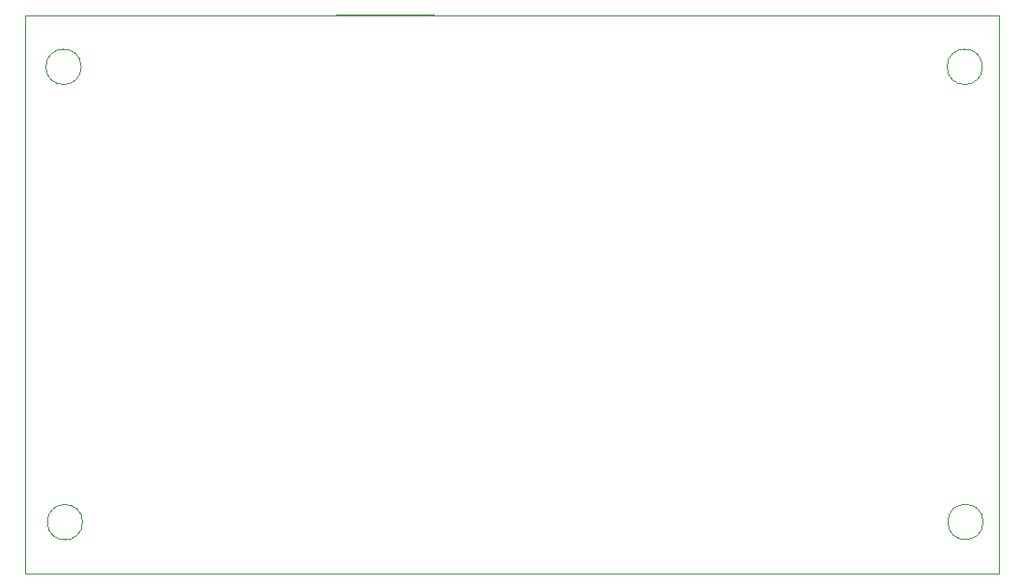
<source format=gbr>
%TF.GenerationSoftware,KiCad,Pcbnew,7.0.1*%
%TF.CreationDate,2024-01-20T16:33:55+00:00*%
%TF.ProjectId,SI4735,53493437-3335-42e6-9b69-6361645f7063,rev?*%
%TF.SameCoordinates,Original*%
%TF.FileFunction,Glue,Bot*%
%TF.FilePolarity,Positive*%
%FSLAX45Y45*%
G04 Gerber Fmt 4.5, Leading zero omitted, Abs format (unit mm)*
G04 Created by KiCad (PCBNEW 7.0.1) date 2024-01-20 16:33:55*
%MOMM*%
%LPD*%
G01*
G04 APERTURE LIST*
%TA.AperFunction,Profile*%
%ADD10C,0.100000*%
%TD*%
%TA.AperFunction,Profile*%
%ADD11C,0.050000*%
%TD*%
G04 APERTURE END LIST*
D10*
X3555840Y-2268000D02*
G75*
G03*
X3555840Y-2268000I-154840J0D01*
G01*
D11*
X3060000Y-1815000D02*
X11602000Y-1815000D01*
X11602000Y-6713000D01*
X3060000Y-6713000D01*
X3060000Y-1815000D01*
D10*
X11459840Y-6259000D02*
G75*
G03*
X11459840Y-6259000I-154840J0D01*
G01*
X11453840Y-2268000D02*
G75*
G03*
X11453840Y-2268000I-154840J0D01*
G01*
X3567840Y-6261000D02*
G75*
G03*
X3567840Y-6261000I-154840J0D01*
G01*
%TO.C,J5*%
X5787574Y-1812210D02*
X6647574Y-1812210D01*
%TO.C,J3*%
X3693574Y-1815210D02*
X4553574Y-1815210D01*
%TD*%
M02*

</source>
